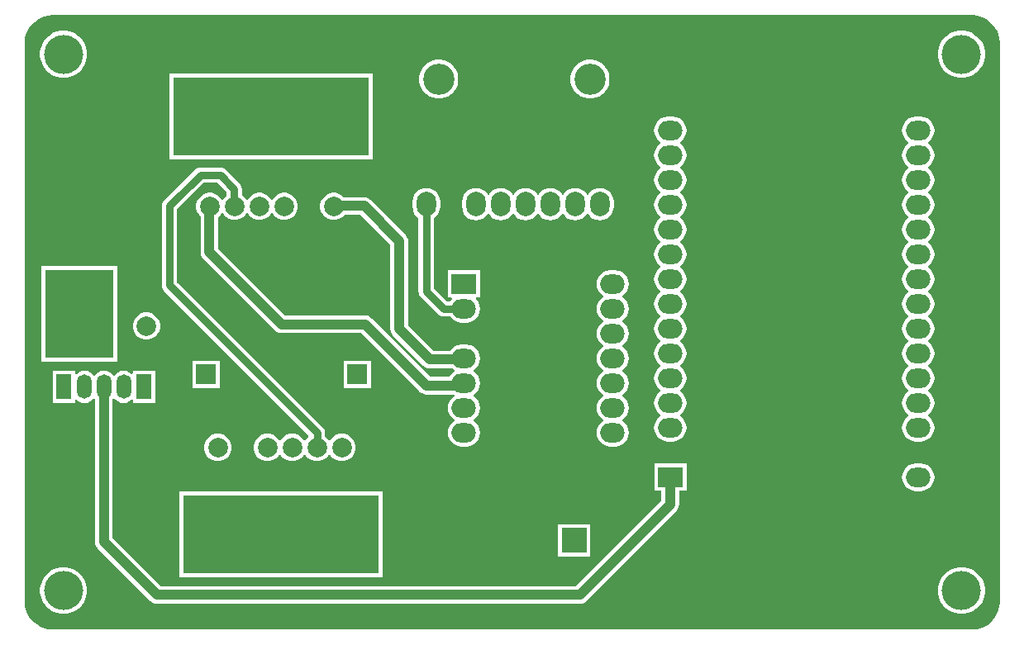
<source format=gtl>
G04*
G04 #@! TF.GenerationSoftware,Altium Limited,Altium Designer,23.10.1 (27)*
G04*
G04 Layer_Physical_Order=1*
G04 Layer_Color=255*
%FSLAX24Y24*%
%MOIN*%
G70*
G04*
G04 #@! TF.SameCoordinates,035D824A-8269-4E4D-BA6D-B56C25CEACC5*
G04*
G04*
G04 #@! TF.FilePolarity,Positive*
G04*
G01*
G75*
%ADD40C,0.0300*%
%ADD41C,0.0400*%
%ADD42C,0.0787*%
%ADD43R,0.7874X0.3150*%
%ADD44R,0.0591X0.0984*%
%ADD45O,0.0591X0.0984*%
%ADD46R,0.2756X0.3543*%
%ADD47R,0.0787X0.0787*%
%ADD48R,0.0984X0.0787*%
%ADD49O,0.0984X0.0787*%
%ADD50C,0.0984*%
%ADD51R,0.0984X0.0984*%
%ADD52C,0.1260*%
%ADD53O,0.0787X0.0984*%
%ADD54O,0.0984X0.0787*%
%ADD55R,0.0984X0.0787*%
%ADD56C,0.1575*%
G36*
X38192Y24800D02*
X38192Y24800D01*
X38268Y24800D01*
X38419Y24780D01*
X38565Y24741D01*
X38705Y24683D01*
X38837Y24607D01*
X38957Y24515D01*
X39065Y24407D01*
X39157Y24287D01*
X39233Y24155D01*
X39291Y24015D01*
X39330Y23869D01*
X39350Y23718D01*
X39350Y23642D01*
X39350Y1161D01*
X39350Y1161D01*
Y1085D01*
X39330Y934D01*
X39291Y787D01*
X39232Y646D01*
X39156Y515D01*
X39064Y394D01*
X38956Y286D01*
X38835Y194D01*
X38704Y117D01*
X38563Y59D01*
X38416Y20D01*
X38265Y0D01*
X1104D01*
X950Y20D01*
X801Y60D01*
X658Y120D01*
X524Y197D01*
X401Y291D01*
X291Y401D01*
X197Y524D01*
X120Y658D01*
X60Y801D01*
X20Y950D01*
X0Y1104D01*
Y1181D01*
Y23622D01*
X0Y23699D01*
X20Y23852D01*
X60Y24002D01*
X119Y24144D01*
X196Y24278D01*
X290Y24400D01*
X400Y24510D01*
X522Y24604D01*
X656Y24681D01*
X799Y24740D01*
X948Y24780D01*
X1101Y24800D01*
X1178Y24800D01*
X38192Y24800D01*
X38192Y24800D01*
D02*
G37*
%LPC*%
G36*
X37888Y24173D02*
X37702D01*
X37520Y24137D01*
X37348Y24066D01*
X37193Y23962D01*
X37061Y23831D01*
X36958Y23676D01*
X36887Y23504D01*
X36850Y23321D01*
Y23135D01*
X36887Y22953D01*
X36958Y22781D01*
X37061Y22626D01*
X37193Y22494D01*
X37348Y22391D01*
X37520Y22320D01*
X37702Y22283D01*
X37888D01*
X38071Y22320D01*
X38243Y22391D01*
X38398Y22494D01*
X38529Y22626D01*
X38633Y22781D01*
X38704Y22953D01*
X38740Y23135D01*
Y23321D01*
X38704Y23504D01*
X38633Y23676D01*
X38529Y23831D01*
X38398Y23962D01*
X38243Y24066D01*
X38071Y24137D01*
X37888Y24173D01*
D02*
G37*
G36*
X1668D02*
X1482D01*
X1299Y24137D01*
X1127Y24066D01*
X972Y23962D01*
X841Y23831D01*
X737Y23676D01*
X666Y23504D01*
X630Y23321D01*
Y23135D01*
X666Y22953D01*
X737Y22781D01*
X841Y22626D01*
X972Y22494D01*
X1127Y22391D01*
X1299Y22320D01*
X1482Y22283D01*
X1668D01*
X1850Y22320D01*
X2022Y22391D01*
X2177Y22494D01*
X2309Y22626D01*
X2412Y22781D01*
X2483Y22953D01*
X2520Y23135D01*
Y23321D01*
X2483Y23504D01*
X2412Y23676D01*
X2309Y23831D01*
X2177Y23962D01*
X2022Y24066D01*
X1850Y24137D01*
X1668Y24173D01*
D02*
G37*
G36*
X22888Y23010D02*
X22732D01*
X22580Y22980D01*
X22437Y22921D01*
X22308Y22834D01*
X22198Y22725D01*
X22112Y22596D01*
X22053Y22453D01*
X22023Y22300D01*
Y22145D01*
X22053Y21993D01*
X22112Y21850D01*
X22198Y21721D01*
X22308Y21611D01*
X22437Y21525D01*
X22580Y21466D01*
X22732Y21435D01*
X22888D01*
X23040Y21466D01*
X23183Y21525D01*
X23312Y21611D01*
X23422Y21721D01*
X23508Y21850D01*
X23567Y21993D01*
X23597Y22145D01*
Y22300D01*
X23567Y22453D01*
X23508Y22596D01*
X23422Y22725D01*
X23312Y22834D01*
X23183Y22921D01*
X23040Y22980D01*
X22888Y23010D01*
D02*
G37*
G36*
X16788D02*
X16632D01*
X16480Y22980D01*
X16337Y22921D01*
X16208Y22834D01*
X16098Y22725D01*
X16012Y22596D01*
X15953Y22453D01*
X15923Y22300D01*
Y22145D01*
X15953Y21993D01*
X16012Y21850D01*
X16098Y21721D01*
X16208Y21611D01*
X16337Y21525D01*
X16480Y21466D01*
X16632Y21435D01*
X16788D01*
X16940Y21466D01*
X17083Y21525D01*
X17212Y21611D01*
X17322Y21721D01*
X17408Y21850D01*
X17467Y21993D01*
X17497Y22145D01*
Y22300D01*
X17467Y22453D01*
X17408Y22596D01*
X17322Y22725D01*
X17212Y22834D01*
X17083Y22921D01*
X16940Y22980D01*
X16788Y23010D01*
D02*
G37*
G36*
X14035Y22432D02*
X5846D01*
Y18968D01*
X14035D01*
Y22432D01*
D02*
G37*
G36*
X23210Y17827D02*
X23066Y17808D01*
X22932Y17753D01*
X22817Y17664D01*
X22740Y17564D01*
X22726Y17560D01*
X22694D01*
X22680Y17564D01*
X22603Y17664D01*
X22488Y17753D01*
X22354Y17808D01*
X22210Y17827D01*
X22066Y17808D01*
X21932Y17753D01*
X21817Y17664D01*
X21740Y17564D01*
X21726Y17560D01*
X21694D01*
X21680Y17564D01*
X21603Y17664D01*
X21488Y17753D01*
X21354Y17808D01*
X21210Y17827D01*
X21066Y17808D01*
X20932Y17753D01*
X20817Y17664D01*
X20740Y17564D01*
X20726Y17560D01*
X20694D01*
X20680Y17564D01*
X20603Y17664D01*
X20488Y17753D01*
X20354Y17808D01*
X20210Y17827D01*
X20066Y17808D01*
X19932Y17753D01*
X19817Y17664D01*
X19740Y17564D01*
X19726Y17560D01*
X19694D01*
X19680Y17564D01*
X19603Y17664D01*
X19488Y17753D01*
X19354Y17808D01*
X19210Y17827D01*
X19066Y17808D01*
X18932Y17753D01*
X18817Y17664D01*
X18740Y17564D01*
X18726Y17560D01*
X18694D01*
X18680Y17564D01*
X18603Y17664D01*
X18488Y17753D01*
X18354Y17808D01*
X18210Y17827D01*
X18066Y17808D01*
X17932Y17753D01*
X17817Y17664D01*
X17729Y17549D01*
X17673Y17415D01*
X17654Y17271D01*
Y17074D01*
X17673Y16931D01*
X17729Y16796D01*
X17817Y16681D01*
X17932Y16593D01*
X18066Y16537D01*
X18210Y16518D01*
X18354Y16537D01*
X18488Y16593D01*
X18603Y16681D01*
X18680Y16782D01*
X18694Y16786D01*
X18726D01*
X18740Y16782D01*
X18817Y16681D01*
X18932Y16593D01*
X19066Y16537D01*
X19210Y16518D01*
X19354Y16537D01*
X19488Y16593D01*
X19603Y16681D01*
X19680Y16782D01*
X19694Y16786D01*
X19726D01*
X19740Y16782D01*
X19817Y16681D01*
X19932Y16593D01*
X20066Y16537D01*
X20210Y16518D01*
X20354Y16537D01*
X20488Y16593D01*
X20603Y16681D01*
X20680Y16782D01*
X20694Y16786D01*
X20726D01*
X20740Y16782D01*
X20817Y16681D01*
X20932Y16593D01*
X21066Y16537D01*
X21210Y16518D01*
X21354Y16537D01*
X21488Y16593D01*
X21603Y16681D01*
X21680Y16782D01*
X21694Y16786D01*
X21726D01*
X21740Y16782D01*
X21817Y16681D01*
X21932Y16593D01*
X22066Y16537D01*
X22210Y16518D01*
X22354Y16537D01*
X22488Y16593D01*
X22603Y16681D01*
X22680Y16782D01*
X22694Y16786D01*
X22726D01*
X22740Y16782D01*
X22817Y16681D01*
X22932Y16593D01*
X23066Y16537D01*
X23210Y16518D01*
X23354Y16537D01*
X23488Y16593D01*
X23603Y16681D01*
X23691Y16796D01*
X23747Y16931D01*
X23766Y17074D01*
Y17271D01*
X23747Y17415D01*
X23691Y17549D01*
X23603Y17664D01*
X23488Y17753D01*
X23354Y17808D01*
X23210Y17827D01*
D02*
G37*
G36*
X7900Y18660D02*
X7100D01*
X7020Y18650D01*
X6945Y18619D01*
X6881Y18569D01*
X5631Y17319D01*
X5581Y17255D01*
X5550Y17180D01*
X5540Y17100D01*
Y13900D01*
X5550Y13820D01*
X5581Y13745D01*
X5631Y13681D01*
X11462Y7849D01*
X11462Y7791D01*
X11359Y7688D01*
X11325Y7630D01*
X11275D01*
X11241Y7688D01*
X11138Y7791D01*
X11013Y7864D01*
X10873Y7901D01*
X10727D01*
X10587Y7864D01*
X10462Y7791D01*
X10359Y7688D01*
X10325Y7630D01*
X10275D01*
X10241Y7688D01*
X10138Y7791D01*
X10013Y7864D01*
X9873Y7901D01*
X9727D01*
X9587Y7864D01*
X9462Y7791D01*
X9359Y7688D01*
X9286Y7563D01*
X9249Y7423D01*
Y7277D01*
X9286Y7137D01*
X9359Y7012D01*
X9462Y6909D01*
X9587Y6836D01*
X9727Y6799D01*
X9873D01*
X10013Y6836D01*
X10138Y6909D01*
X10241Y7012D01*
X10275Y7070D01*
X10325D01*
X10359Y7012D01*
X10462Y6909D01*
X10587Y6836D01*
X10727Y6799D01*
X10873D01*
X11013Y6836D01*
X11138Y6909D01*
X11241Y7012D01*
X11275Y7070D01*
X11325D01*
X11359Y7012D01*
X11462Y6909D01*
X11587Y6836D01*
X11727Y6799D01*
X11873D01*
X12013Y6836D01*
X12138Y6909D01*
X12241Y7012D01*
X12275Y7070D01*
X12325D01*
X12359Y7012D01*
X12462Y6909D01*
X12587Y6836D01*
X12727Y6799D01*
X12873D01*
X13013Y6836D01*
X13138Y6909D01*
X13241Y7012D01*
X13314Y7137D01*
X13351Y7277D01*
Y7423D01*
X13314Y7563D01*
X13241Y7688D01*
X13138Y7791D01*
X13013Y7864D01*
X12873Y7901D01*
X12727D01*
X12587Y7864D01*
X12462Y7791D01*
X12359Y7688D01*
X12325Y7630D01*
X12275D01*
X12241Y7688D01*
X12138Y7791D01*
X12110Y7807D01*
Y7950D01*
X12100Y8030D01*
X12069Y8105D01*
X12019Y8169D01*
X6160Y14028D01*
Y16972D01*
X7228Y18040D01*
X7772D01*
X8153Y17659D01*
Y17532D01*
X8139Y17524D01*
X8037Y17421D01*
X8003Y17362D01*
X7953D01*
X7919Y17421D01*
X7816Y17524D01*
X7690Y17596D01*
X7550Y17634D01*
X7405D01*
X7265Y17596D01*
X7139Y17524D01*
X7036Y17421D01*
X6964Y17295D01*
X6926Y17155D01*
Y17010D01*
X6964Y16870D01*
X7036Y16744D01*
X7102Y16678D01*
Y15237D01*
X7115Y15144D01*
X7151Y15057D01*
X7208Y14982D01*
X10117Y12073D01*
X10191Y12016D01*
X10278Y11980D01*
X10372Y11968D01*
X13590D01*
X15963Y9595D01*
X16038Y9538D01*
X16125Y9502D01*
X16218Y9489D01*
X17321D01*
X17334Y9480D01*
X17338Y9466D01*
Y9434D01*
X17334Y9420D01*
X17234Y9343D01*
X17145Y9228D01*
X17090Y9094D01*
X17071Y8950D01*
X17090Y8806D01*
X17145Y8672D01*
X17234Y8557D01*
X17334Y8480D01*
X17338Y8466D01*
Y8434D01*
X17334Y8420D01*
X17234Y8343D01*
X17145Y8228D01*
X17090Y8094D01*
X17071Y7950D01*
X17090Y7806D01*
X17145Y7672D01*
X17234Y7557D01*
X17349Y7469D01*
X17483Y7413D01*
X17627Y7394D01*
X17823D01*
X17967Y7413D01*
X18101Y7469D01*
X18217Y7557D01*
X18305Y7672D01*
X18360Y7806D01*
X18379Y7950D01*
X18360Y8094D01*
X18305Y8228D01*
X18217Y8343D01*
X18116Y8420D01*
X18112Y8434D01*
Y8466D01*
X18116Y8480D01*
X18217Y8557D01*
X18305Y8672D01*
X18360Y8806D01*
X18379Y8950D01*
X18360Y9094D01*
X18305Y9228D01*
X18217Y9343D01*
X18116Y9420D01*
X18112Y9434D01*
Y9466D01*
X18116Y9480D01*
X18217Y9557D01*
X18305Y9672D01*
X18360Y9806D01*
X18379Y9950D01*
X18360Y10094D01*
X18305Y10228D01*
X18217Y10343D01*
X18116Y10420D01*
X18112Y10434D01*
Y10466D01*
X18116Y10480D01*
X18217Y10557D01*
X18305Y10672D01*
X18360Y10806D01*
X18379Y10950D01*
X18360Y11094D01*
X18305Y11228D01*
X18217Y11343D01*
X18101Y11431D01*
X17967Y11487D01*
X17823Y11506D01*
X17627D01*
X17483Y11487D01*
X17349Y11431D01*
X17234Y11343D01*
X17170Y11261D01*
X16499D01*
X15479Y12281D01*
Y15682D01*
X15466Y15775D01*
X15430Y15862D01*
X15373Y15937D01*
X13955Y17355D01*
X13880Y17412D01*
X13793Y17448D01*
X13700Y17461D01*
X12879D01*
X12816Y17524D01*
X12690Y17596D01*
X12550Y17634D01*
X12405D01*
X12265Y17596D01*
X12139Y17524D01*
X12036Y17421D01*
X11964Y17295D01*
X11926Y17155D01*
Y17010D01*
X11964Y16870D01*
X12036Y16744D01*
X12139Y16642D01*
X12265Y16569D01*
X12405Y16531D01*
X12550D01*
X12690Y16569D01*
X12816Y16642D01*
X12914Y16739D01*
X13551D01*
X14757Y15533D01*
Y12132D01*
X14770Y12039D01*
X14806Y11952D01*
X14863Y11877D01*
X16095Y10645D01*
X16170Y10588D01*
X16257Y10552D01*
X16350Y10539D01*
X17256D01*
X17334Y10480D01*
X17338Y10466D01*
Y10434D01*
X17334Y10420D01*
X17234Y10343D01*
X17145Y10228D01*
X17138Y10211D01*
X16367D01*
X13995Y12583D01*
X13920Y12641D01*
X13833Y12677D01*
X13740Y12689D01*
X10521D01*
X7824Y15386D01*
Y16649D01*
X7919Y16744D01*
X7953Y16803D01*
X8003D01*
X8037Y16744D01*
X8139Y16642D01*
X8265Y16569D01*
X8405Y16531D01*
X8550D01*
X8690Y16569D01*
X8816Y16642D01*
X8919Y16744D01*
X8953Y16803D01*
X9003D01*
X9036Y16744D01*
X9139Y16642D01*
X9265Y16569D01*
X9405Y16531D01*
X9550D01*
X9690Y16569D01*
X9816Y16642D01*
X9919Y16744D01*
X9953Y16803D01*
X10003D01*
X10036Y16744D01*
X10139Y16642D01*
X10265Y16569D01*
X10405Y16531D01*
X10550D01*
X10690Y16569D01*
X10816Y16642D01*
X10919Y16744D01*
X10991Y16870D01*
X11029Y17010D01*
Y17155D01*
X10991Y17295D01*
X10919Y17421D01*
X10816Y17524D01*
X10690Y17596D01*
X10550Y17634D01*
X10405D01*
X10265Y17596D01*
X10139Y17524D01*
X10036Y17421D01*
X10003Y17362D01*
X9953D01*
X9919Y17421D01*
X9816Y17524D01*
X9690Y17596D01*
X9550Y17634D01*
X9405D01*
X9265Y17596D01*
X9139Y17524D01*
X9036Y17421D01*
X9003Y17362D01*
X8953D01*
X8919Y17421D01*
X8816Y17524D01*
X8773Y17548D01*
Y17787D01*
X8763Y17867D01*
X8732Y17942D01*
X8682Y18006D01*
X8119Y18569D01*
X8055Y18619D01*
X8011Y18637D01*
X7980Y18650D01*
X7900Y18660D01*
D02*
G37*
G36*
X16210Y17827D02*
X16066Y17808D01*
X15932Y17753D01*
X15817Y17664D01*
X15729Y17549D01*
X15673Y17415D01*
X15654Y17271D01*
Y17074D01*
X15673Y16931D01*
X15729Y16796D01*
X15817Y16681D01*
X15890Y16625D01*
Y13650D01*
X15900Y13570D01*
X15931Y13495D01*
X15981Y13431D01*
X16681Y12731D01*
X16745Y12681D01*
X16820Y12650D01*
X16900Y12640D01*
X17170D01*
X17234Y12557D01*
X17349Y12469D01*
X17483Y12413D01*
X17627Y12394D01*
X17823D01*
X17967Y12413D01*
X18101Y12469D01*
X18217Y12557D01*
X18305Y12672D01*
X18360Y12806D01*
X18379Y12950D01*
X18360Y13094D01*
X18305Y13228D01*
X18217Y13343D01*
X18206Y13351D01*
X18222Y13399D01*
X18375D01*
Y14501D01*
X17075D01*
Y13399D01*
X17228D01*
X17244Y13351D01*
X17234Y13343D01*
X17170Y13260D01*
X17028D01*
X16510Y13778D01*
Y16610D01*
X16603Y16681D01*
X16691Y16796D01*
X16747Y16931D01*
X16766Y17074D01*
Y17271D01*
X16747Y17415D01*
X16691Y17549D01*
X16603Y17664D01*
X16488Y17753D01*
X16354Y17808D01*
X16210Y17827D01*
D02*
G37*
G36*
X4992Y12801D02*
X4847D01*
X4707Y12764D01*
X4581Y12691D01*
X4478Y12588D01*
X4406Y12463D01*
X4368Y12323D01*
Y12177D01*
X4406Y12037D01*
X4478Y11912D01*
X4581Y11809D01*
X4707Y11736D01*
X4847Y11699D01*
X4992D01*
X5132Y11736D01*
X5258Y11809D01*
X5361Y11912D01*
X5433Y12037D01*
X5471Y12177D01*
Y12323D01*
X5433Y12463D01*
X5361Y12588D01*
X5258Y12691D01*
X5132Y12764D01*
X4992Y12801D01*
D02*
G37*
G36*
X3753Y14679D02*
X683D01*
Y10821D01*
X3753D01*
Y14679D01*
D02*
G37*
G36*
X4000Y10454D02*
X3882Y10438D01*
X3772Y10392D01*
X3677Y10320D01*
X3631Y10260D01*
X3581D01*
X3536Y10320D01*
X3441Y10392D01*
X3331Y10438D01*
X3213Y10454D01*
X3094Y10438D01*
X2984Y10392D01*
X2890Y10320D01*
X2844Y10260D01*
X2794D01*
X2748Y10320D01*
X2654Y10392D01*
X2543Y10438D01*
X2425Y10454D01*
X2307Y10438D01*
X2197Y10392D01*
X2102Y10320D01*
X2099Y10315D01*
X2051Y10331D01*
Y10450D01*
X1146D01*
Y9150D01*
X2051D01*
Y9269D01*
X2099Y9285D01*
X2102Y9280D01*
X2197Y9208D01*
X2307Y9162D01*
X2425Y9146D01*
X2543Y9162D01*
X2654Y9208D01*
X2748Y9280D01*
X2789Y9334D01*
X2839Y9317D01*
Y3550D01*
X2852Y3457D01*
X2888Y3370D01*
X2945Y3295D01*
X5095Y1145D01*
X5170Y1088D01*
X5257Y1052D01*
X5350Y1039D01*
X22400D01*
X22493Y1052D01*
X22580Y1088D01*
X22655Y1145D01*
X26305Y4795D01*
X26362Y4870D01*
X26398Y4957D01*
X26411Y5050D01*
Y5599D01*
X26700D01*
Y6701D01*
X25400D01*
Y5599D01*
X25689D01*
Y5199D01*
X22251Y1761D01*
X5499D01*
X3561Y3699D01*
Y9313D01*
X3581Y9340D01*
X3631D01*
X3677Y9280D01*
X3772Y9208D01*
X3882Y9162D01*
X4000Y9146D01*
X4118Y9162D01*
X4228Y9208D01*
X4323Y9280D01*
X4327Y9285D01*
X4374Y9269D01*
Y9150D01*
X5280D01*
Y10450D01*
X4374D01*
Y10331D01*
X4327Y10315D01*
X4323Y10320D01*
X4228Y10392D01*
X4118Y10438D01*
X4000Y10454D01*
D02*
G37*
G36*
X13970Y10852D02*
X12868D01*
Y9749D01*
X13970D01*
Y10852D01*
D02*
G37*
G36*
X7868D02*
X6766D01*
Y9749D01*
X7868D01*
Y10852D01*
D02*
G37*
G36*
X36148Y20706D02*
X35952D01*
X35808Y20687D01*
X35674Y20631D01*
X35558Y20543D01*
X35470Y20428D01*
X35415Y20294D01*
X35396Y20150D01*
X35415Y20006D01*
X35470Y19872D01*
X35558Y19757D01*
X35659Y19680D01*
X35663Y19666D01*
Y19634D01*
X35659Y19620D01*
X35558Y19543D01*
X35470Y19428D01*
X35415Y19294D01*
X35396Y19150D01*
X35415Y19006D01*
X35470Y18872D01*
X35558Y18757D01*
X35659Y18680D01*
X35663Y18666D01*
Y18634D01*
X35659Y18620D01*
X35558Y18543D01*
X35470Y18428D01*
X35415Y18294D01*
X35396Y18150D01*
X35415Y18006D01*
X35470Y17872D01*
X35558Y17757D01*
X35659Y17680D01*
X35663Y17666D01*
Y17634D01*
X35659Y17620D01*
X35558Y17543D01*
X35470Y17428D01*
X35415Y17294D01*
X35396Y17150D01*
X35415Y17006D01*
X35470Y16872D01*
X35558Y16757D01*
X35659Y16680D01*
X35663Y16666D01*
Y16634D01*
X35659Y16620D01*
X35558Y16543D01*
X35470Y16428D01*
X35415Y16294D01*
X35396Y16150D01*
X35415Y16006D01*
X35470Y15872D01*
X35558Y15757D01*
X35659Y15680D01*
X35663Y15666D01*
Y15634D01*
X35659Y15620D01*
X35558Y15543D01*
X35470Y15428D01*
X35415Y15294D01*
X35396Y15150D01*
X35415Y15006D01*
X35470Y14872D01*
X35558Y14757D01*
X35659Y14680D01*
X35663Y14666D01*
Y14634D01*
X35659Y14620D01*
X35558Y14543D01*
X35470Y14428D01*
X35415Y14294D01*
X35396Y14150D01*
X35415Y14006D01*
X35470Y13872D01*
X35558Y13757D01*
X35659Y13680D01*
X35663Y13666D01*
Y13634D01*
X35659Y13620D01*
X35558Y13543D01*
X35470Y13428D01*
X35415Y13294D01*
X35396Y13150D01*
X35415Y13006D01*
X35470Y12872D01*
X35558Y12757D01*
X35659Y12680D01*
X35663Y12666D01*
Y12634D01*
X35659Y12620D01*
X35558Y12543D01*
X35470Y12428D01*
X35415Y12294D01*
X35396Y12150D01*
X35415Y12006D01*
X35470Y11872D01*
X35558Y11757D01*
X35659Y11680D01*
X35663Y11666D01*
Y11634D01*
X35659Y11620D01*
X35558Y11543D01*
X35470Y11428D01*
X35415Y11294D01*
X35396Y11150D01*
X35415Y11006D01*
X35470Y10872D01*
X35558Y10757D01*
X35659Y10680D01*
X35663Y10666D01*
Y10634D01*
X35659Y10620D01*
X35558Y10543D01*
X35470Y10428D01*
X35415Y10294D01*
X35396Y10150D01*
X35415Y10006D01*
X35470Y9872D01*
X35558Y9757D01*
X35659Y9680D01*
X35663Y9666D01*
Y9634D01*
X35659Y9620D01*
X35558Y9543D01*
X35470Y9428D01*
X35415Y9294D01*
X35396Y9150D01*
X35415Y9006D01*
X35470Y8872D01*
X35558Y8757D01*
X35659Y8680D01*
X35663Y8666D01*
Y8634D01*
X35659Y8620D01*
X35558Y8543D01*
X35470Y8428D01*
X35415Y8294D01*
X35396Y8150D01*
X35415Y8006D01*
X35470Y7872D01*
X35558Y7757D01*
X35674Y7669D01*
X35808Y7613D01*
X35952Y7594D01*
X36148D01*
X36292Y7613D01*
X36426Y7669D01*
X36542Y7757D01*
X36630Y7872D01*
X36685Y8006D01*
X36704Y8150D01*
X36685Y8294D01*
X36630Y8428D01*
X36542Y8543D01*
X36441Y8620D01*
X36437Y8634D01*
Y8666D01*
X36441Y8680D01*
X36542Y8757D01*
X36630Y8872D01*
X36685Y9006D01*
X36704Y9150D01*
X36685Y9294D01*
X36630Y9428D01*
X36542Y9543D01*
X36441Y9620D01*
X36437Y9634D01*
Y9666D01*
X36441Y9680D01*
X36542Y9757D01*
X36630Y9872D01*
X36685Y10006D01*
X36704Y10150D01*
X36685Y10294D01*
X36630Y10428D01*
X36542Y10543D01*
X36441Y10620D01*
X36437Y10634D01*
Y10666D01*
X36441Y10680D01*
X36542Y10757D01*
X36630Y10872D01*
X36685Y11006D01*
X36704Y11150D01*
X36685Y11294D01*
X36630Y11428D01*
X36542Y11543D01*
X36441Y11620D01*
X36437Y11634D01*
Y11666D01*
X36441Y11680D01*
X36542Y11757D01*
X36630Y11872D01*
X36685Y12006D01*
X36704Y12150D01*
X36685Y12294D01*
X36630Y12428D01*
X36542Y12543D01*
X36441Y12620D01*
X36437Y12634D01*
Y12666D01*
X36441Y12680D01*
X36542Y12757D01*
X36630Y12872D01*
X36685Y13006D01*
X36704Y13150D01*
X36685Y13294D01*
X36630Y13428D01*
X36542Y13543D01*
X36441Y13620D01*
X36437Y13634D01*
Y13666D01*
X36441Y13680D01*
X36542Y13757D01*
X36630Y13872D01*
X36685Y14006D01*
X36704Y14150D01*
X36685Y14294D01*
X36630Y14428D01*
X36542Y14543D01*
X36441Y14620D01*
X36437Y14634D01*
Y14666D01*
X36441Y14680D01*
X36542Y14757D01*
X36630Y14872D01*
X36685Y15006D01*
X36704Y15150D01*
X36685Y15294D01*
X36630Y15428D01*
X36542Y15543D01*
X36441Y15620D01*
X36437Y15634D01*
Y15666D01*
X36441Y15680D01*
X36542Y15757D01*
X36630Y15872D01*
X36685Y16006D01*
X36704Y16150D01*
X36685Y16294D01*
X36630Y16428D01*
X36542Y16543D01*
X36441Y16620D01*
X36437Y16634D01*
Y16666D01*
X36441Y16680D01*
X36542Y16757D01*
X36630Y16872D01*
X36685Y17006D01*
X36704Y17150D01*
X36685Y17294D01*
X36630Y17428D01*
X36542Y17543D01*
X36441Y17620D01*
X36437Y17634D01*
Y17666D01*
X36441Y17680D01*
X36542Y17757D01*
X36630Y17872D01*
X36685Y18006D01*
X36704Y18150D01*
X36685Y18294D01*
X36630Y18428D01*
X36542Y18543D01*
X36441Y18620D01*
X36437Y18634D01*
Y18666D01*
X36441Y18680D01*
X36542Y18757D01*
X36630Y18872D01*
X36685Y19006D01*
X36704Y19150D01*
X36685Y19294D01*
X36630Y19428D01*
X36542Y19543D01*
X36441Y19620D01*
X36437Y19634D01*
Y19666D01*
X36441Y19680D01*
X36542Y19757D01*
X36630Y19872D01*
X36685Y20006D01*
X36704Y20150D01*
X36685Y20294D01*
X36630Y20428D01*
X36542Y20543D01*
X36426Y20631D01*
X36292Y20687D01*
X36148Y20706D01*
D02*
G37*
G36*
X26148D02*
X25952D01*
X25808Y20687D01*
X25674Y20631D01*
X25558Y20543D01*
X25470Y20428D01*
X25415Y20294D01*
X25396Y20150D01*
X25415Y20006D01*
X25470Y19872D01*
X25558Y19757D01*
X25659Y19680D01*
X25663Y19666D01*
Y19634D01*
X25659Y19620D01*
X25558Y19543D01*
X25470Y19428D01*
X25415Y19294D01*
X25396Y19150D01*
X25415Y19006D01*
X25470Y18872D01*
X25558Y18757D01*
X25659Y18680D01*
X25663Y18666D01*
Y18634D01*
X25659Y18620D01*
X25558Y18543D01*
X25470Y18428D01*
X25415Y18294D01*
X25396Y18150D01*
X25415Y18006D01*
X25470Y17872D01*
X25558Y17757D01*
X25659Y17680D01*
X25663Y17666D01*
Y17634D01*
X25659Y17620D01*
X25558Y17543D01*
X25470Y17428D01*
X25415Y17294D01*
X25396Y17150D01*
X25415Y17006D01*
X25470Y16872D01*
X25558Y16757D01*
X25659Y16680D01*
X25663Y16666D01*
Y16634D01*
X25659Y16620D01*
X25558Y16543D01*
X25470Y16428D01*
X25415Y16294D01*
X25396Y16150D01*
X25415Y16006D01*
X25470Y15872D01*
X25558Y15757D01*
X25659Y15680D01*
X25663Y15666D01*
Y15634D01*
X25659Y15620D01*
X25558Y15543D01*
X25470Y15428D01*
X25415Y15294D01*
X25396Y15150D01*
X25415Y15006D01*
X25470Y14872D01*
X25558Y14757D01*
X25659Y14680D01*
X25663Y14666D01*
Y14634D01*
X25659Y14620D01*
X25558Y14543D01*
X25470Y14428D01*
X25415Y14294D01*
X25396Y14150D01*
X25415Y14006D01*
X25470Y13872D01*
X25558Y13757D01*
X25659Y13680D01*
X25663Y13666D01*
Y13634D01*
X25659Y13620D01*
X25558Y13543D01*
X25470Y13428D01*
X25415Y13294D01*
X25396Y13150D01*
X25415Y13006D01*
X25470Y12872D01*
X25558Y12757D01*
X25659Y12680D01*
X25663Y12666D01*
Y12634D01*
X25659Y12620D01*
X25558Y12543D01*
X25470Y12428D01*
X25415Y12294D01*
X25396Y12150D01*
X25415Y12006D01*
X25470Y11872D01*
X25558Y11757D01*
X25659Y11680D01*
X25663Y11666D01*
Y11634D01*
X25659Y11620D01*
X25558Y11543D01*
X25470Y11428D01*
X25415Y11294D01*
X25396Y11150D01*
X25415Y11006D01*
X25470Y10872D01*
X25558Y10757D01*
X25659Y10680D01*
X25663Y10666D01*
Y10634D01*
X25659Y10620D01*
X25558Y10543D01*
X25470Y10428D01*
X25415Y10294D01*
X25396Y10150D01*
X25415Y10006D01*
X25470Y9872D01*
X25558Y9757D01*
X25659Y9680D01*
X25663Y9666D01*
Y9634D01*
X25659Y9620D01*
X25558Y9543D01*
X25470Y9428D01*
X25415Y9294D01*
X25396Y9150D01*
X25415Y9006D01*
X25470Y8872D01*
X25558Y8757D01*
X25659Y8680D01*
X25663Y8666D01*
Y8634D01*
X25659Y8620D01*
X25558Y8543D01*
X25470Y8428D01*
X25415Y8294D01*
X25396Y8150D01*
X25415Y8006D01*
X25470Y7872D01*
X25558Y7757D01*
X25674Y7669D01*
X25808Y7613D01*
X25952Y7594D01*
X26148D01*
X26292Y7613D01*
X26426Y7669D01*
X26542Y7757D01*
X26630Y7872D01*
X26685Y8006D01*
X26704Y8150D01*
X26685Y8294D01*
X26630Y8428D01*
X26542Y8543D01*
X26441Y8620D01*
X26437Y8634D01*
Y8666D01*
X26441Y8680D01*
X26542Y8757D01*
X26630Y8872D01*
X26685Y9006D01*
X26704Y9150D01*
X26685Y9294D01*
X26630Y9428D01*
X26542Y9543D01*
X26441Y9620D01*
X26437Y9634D01*
Y9666D01*
X26441Y9680D01*
X26542Y9757D01*
X26630Y9872D01*
X26685Y10006D01*
X26704Y10150D01*
X26685Y10294D01*
X26630Y10428D01*
X26542Y10543D01*
X26441Y10620D01*
X26437Y10634D01*
Y10666D01*
X26441Y10680D01*
X26542Y10757D01*
X26630Y10872D01*
X26685Y11006D01*
X26704Y11150D01*
X26685Y11294D01*
X26630Y11428D01*
X26542Y11543D01*
X26441Y11620D01*
X26437Y11634D01*
Y11666D01*
X26441Y11680D01*
X26542Y11757D01*
X26630Y11872D01*
X26685Y12006D01*
X26704Y12150D01*
X26685Y12294D01*
X26630Y12428D01*
X26542Y12543D01*
X26441Y12620D01*
X26437Y12634D01*
Y12666D01*
X26441Y12680D01*
X26542Y12757D01*
X26630Y12872D01*
X26685Y13006D01*
X26704Y13150D01*
X26685Y13294D01*
X26630Y13428D01*
X26542Y13543D01*
X26441Y13620D01*
X26437Y13634D01*
Y13666D01*
X26441Y13680D01*
X26542Y13757D01*
X26630Y13872D01*
X26685Y14006D01*
X26704Y14150D01*
X26685Y14294D01*
X26630Y14428D01*
X26542Y14543D01*
X26441Y14620D01*
X26437Y14634D01*
Y14666D01*
X26441Y14680D01*
X26542Y14757D01*
X26630Y14872D01*
X26685Y15006D01*
X26704Y15150D01*
X26685Y15294D01*
X26630Y15428D01*
X26542Y15543D01*
X26441Y15620D01*
X26437Y15634D01*
Y15666D01*
X26441Y15680D01*
X26542Y15757D01*
X26630Y15872D01*
X26685Y16006D01*
X26704Y16150D01*
X26685Y16294D01*
X26630Y16428D01*
X26542Y16543D01*
X26441Y16620D01*
X26437Y16634D01*
Y16666D01*
X26441Y16680D01*
X26542Y16757D01*
X26630Y16872D01*
X26685Y17006D01*
X26704Y17150D01*
X26685Y17294D01*
X26630Y17428D01*
X26542Y17543D01*
X26441Y17620D01*
X26437Y17634D01*
Y17666D01*
X26441Y17680D01*
X26542Y17757D01*
X26630Y17872D01*
X26685Y18006D01*
X26704Y18150D01*
X26685Y18294D01*
X26630Y18428D01*
X26542Y18543D01*
X26441Y18620D01*
X26437Y18634D01*
Y18666D01*
X26441Y18680D01*
X26542Y18757D01*
X26630Y18872D01*
X26685Y19006D01*
X26704Y19150D01*
X26685Y19294D01*
X26630Y19428D01*
X26542Y19543D01*
X26441Y19620D01*
X26437Y19634D01*
Y19666D01*
X26441Y19680D01*
X26542Y19757D01*
X26630Y19872D01*
X26685Y20006D01*
X26704Y20150D01*
X26685Y20294D01*
X26630Y20428D01*
X26542Y20543D01*
X26426Y20631D01*
X26292Y20687D01*
X26148Y20706D01*
D02*
G37*
G36*
X23823Y14506D02*
X23627D01*
X23483Y14487D01*
X23349Y14431D01*
X23234Y14343D01*
X23145Y14228D01*
X23090Y14094D01*
X23071Y13950D01*
X23090Y13806D01*
X23145Y13672D01*
X23234Y13557D01*
X23334Y13480D01*
X23338Y13466D01*
Y13434D01*
X23334Y13420D01*
X23234Y13343D01*
X23145Y13228D01*
X23090Y13094D01*
X23071Y12950D01*
X23090Y12806D01*
X23145Y12672D01*
X23234Y12557D01*
X23334Y12480D01*
X23338Y12466D01*
Y12434D01*
X23334Y12420D01*
X23234Y12343D01*
X23145Y12228D01*
X23090Y12094D01*
X23071Y11950D01*
X23090Y11806D01*
X23145Y11672D01*
X23234Y11557D01*
X23334Y11480D01*
X23338Y11466D01*
Y11434D01*
X23334Y11420D01*
X23234Y11343D01*
X23145Y11228D01*
X23090Y11094D01*
X23071Y10950D01*
X23090Y10806D01*
X23145Y10672D01*
X23234Y10557D01*
X23334Y10480D01*
X23338Y10466D01*
Y10434D01*
X23334Y10420D01*
X23234Y10343D01*
X23145Y10228D01*
X23090Y10094D01*
X23071Y9950D01*
X23090Y9806D01*
X23145Y9672D01*
X23234Y9557D01*
X23334Y9480D01*
X23338Y9466D01*
Y9434D01*
X23334Y9420D01*
X23234Y9343D01*
X23145Y9228D01*
X23090Y9094D01*
X23071Y8950D01*
X23090Y8806D01*
X23145Y8672D01*
X23234Y8557D01*
X23334Y8480D01*
X23338Y8466D01*
Y8434D01*
X23334Y8420D01*
X23234Y8343D01*
X23145Y8228D01*
X23090Y8094D01*
X23071Y7950D01*
X23090Y7806D01*
X23145Y7672D01*
X23234Y7557D01*
X23349Y7469D01*
X23483Y7413D01*
X23627Y7394D01*
X23823D01*
X23967Y7413D01*
X24101Y7469D01*
X24217Y7557D01*
X24305Y7672D01*
X24360Y7806D01*
X24379Y7950D01*
X24360Y8094D01*
X24305Y8228D01*
X24217Y8343D01*
X24116Y8420D01*
X24112Y8434D01*
Y8466D01*
X24116Y8480D01*
X24217Y8557D01*
X24305Y8672D01*
X24360Y8806D01*
X24379Y8950D01*
X24360Y9094D01*
X24305Y9228D01*
X24217Y9343D01*
X24116Y9420D01*
X24112Y9434D01*
Y9466D01*
X24116Y9480D01*
X24217Y9557D01*
X24305Y9672D01*
X24360Y9806D01*
X24379Y9950D01*
X24360Y10094D01*
X24305Y10228D01*
X24217Y10343D01*
X24116Y10420D01*
X24112Y10434D01*
Y10466D01*
X24116Y10480D01*
X24217Y10557D01*
X24305Y10672D01*
X24360Y10806D01*
X24379Y10950D01*
X24360Y11094D01*
X24305Y11228D01*
X24217Y11343D01*
X24116Y11420D01*
X24112Y11434D01*
Y11466D01*
X24116Y11480D01*
X24217Y11557D01*
X24305Y11672D01*
X24360Y11806D01*
X24379Y11950D01*
X24360Y12094D01*
X24305Y12228D01*
X24217Y12343D01*
X24116Y12420D01*
X24112Y12434D01*
Y12466D01*
X24116Y12480D01*
X24217Y12557D01*
X24305Y12672D01*
X24360Y12806D01*
X24379Y12950D01*
X24360Y13094D01*
X24305Y13228D01*
X24217Y13343D01*
X24116Y13420D01*
X24112Y13434D01*
Y13466D01*
X24116Y13480D01*
X24217Y13557D01*
X24305Y13672D01*
X24360Y13806D01*
X24379Y13950D01*
X24360Y14094D01*
X24305Y14228D01*
X24217Y14343D01*
X24101Y14431D01*
X23967Y14487D01*
X23823Y14506D01*
D02*
G37*
G36*
X7873Y7901D02*
X7727D01*
X7587Y7864D01*
X7462Y7791D01*
X7359Y7688D01*
X7286Y7563D01*
X7249Y7423D01*
Y7277D01*
X7286Y7137D01*
X7359Y7012D01*
X7462Y6909D01*
X7587Y6836D01*
X7727Y6799D01*
X7873D01*
X8013Y6836D01*
X8138Y6909D01*
X8241Y7012D01*
X8314Y7137D01*
X8351Y7277D01*
Y7423D01*
X8314Y7563D01*
X8241Y7688D01*
X8138Y7791D01*
X8013Y7864D01*
X7873Y7901D01*
D02*
G37*
G36*
X36148Y6706D02*
X35952D01*
X35808Y6687D01*
X35674Y6631D01*
X35558Y6543D01*
X35470Y6428D01*
X35415Y6294D01*
X35396Y6150D01*
X35415Y6006D01*
X35470Y5872D01*
X35558Y5757D01*
X35674Y5669D01*
X35808Y5613D01*
X35952Y5594D01*
X36148D01*
X36292Y5613D01*
X36426Y5669D01*
X36542Y5757D01*
X36630Y5872D01*
X36685Y6006D01*
X36704Y6150D01*
X36685Y6294D01*
X36630Y6428D01*
X36542Y6543D01*
X36426Y6631D01*
X36292Y6687D01*
X36148Y6706D01*
D02*
G37*
G36*
X22827Y4250D02*
X21527D01*
Y2950D01*
X22827D01*
Y4250D01*
D02*
G37*
G36*
X14444Y5582D02*
X6256D01*
Y2118D01*
X14444D01*
Y5582D01*
D02*
G37*
G36*
X37888Y2520D02*
X37702D01*
X37520Y2483D01*
X37348Y2412D01*
X37193Y2309D01*
X37061Y2177D01*
X36958Y2022D01*
X36887Y1850D01*
X36850Y1668D01*
Y1482D01*
X36887Y1299D01*
X36958Y1127D01*
X37061Y972D01*
X37193Y841D01*
X37348Y737D01*
X37520Y666D01*
X37702Y630D01*
X37888D01*
X38071Y666D01*
X38243Y737D01*
X38398Y841D01*
X38529Y972D01*
X38633Y1127D01*
X38704Y1299D01*
X38740Y1482D01*
Y1668D01*
X38704Y1850D01*
X38633Y2022D01*
X38529Y2177D01*
X38398Y2309D01*
X38243Y2412D01*
X38071Y2483D01*
X37888Y2520D01*
D02*
G37*
G36*
X1668D02*
X1482D01*
X1299Y2483D01*
X1127Y2412D01*
X972Y2309D01*
X841Y2177D01*
X737Y2022D01*
X666Y1850D01*
X630Y1668D01*
Y1482D01*
X666Y1299D01*
X737Y1127D01*
X841Y972D01*
X972Y841D01*
X1127Y737D01*
X1299Y666D01*
X1482Y630D01*
X1668D01*
X1850Y666D01*
X2022Y737D01*
X2177Y841D01*
X2309Y972D01*
X2412Y1127D01*
X2483Y1299D01*
X2520Y1482D01*
Y1668D01*
X2483Y1850D01*
X2412Y2022D01*
X2309Y2177D01*
X2177Y2309D01*
X2022Y2412D01*
X1850Y2483D01*
X1668Y2520D01*
D02*
G37*
%LPD*%
D40*
X11800Y7276D02*
Y7950D01*
X5850Y13900D02*
Y17100D01*
Y13900D02*
X11800Y7950D01*
X7100Y18350D02*
X7900D01*
X8463Y17787D01*
Y17100D02*
Y17787D01*
X5850Y17100D02*
X7100Y18350D01*
X26050Y7155D02*
X36050Y7155D01*
X11463Y15997D02*
Y17100D01*
Y15997D02*
X13419Y14041D01*
X16900Y12950D02*
X17725D01*
X16200Y13650D02*
Y17150D01*
Y13650D02*
X16900Y12950D01*
X17725Y5148D02*
Y6950D01*
Y5148D02*
X19273Y3600D01*
D41*
X7463Y15237D02*
Y17100D01*
Y15237D02*
X10372Y12328D01*
X13740D01*
X26050Y5050D02*
Y6150D01*
X22400Y1400D02*
X26050Y5050D01*
X5350Y1400D02*
X22400D01*
X13700Y17100D02*
X15118Y15682D01*
X12463Y17100D02*
X13700D01*
X16218Y9850D02*
X17750D01*
X3200Y3550D02*
X5350Y1400D01*
X3200Y3550D02*
Y9991D01*
X15118Y12132D02*
Y15682D01*
X16350Y10900D02*
X17800D01*
X15118Y12132D02*
X16350Y10900D01*
X13740Y12328D02*
X16218Y9850D01*
D42*
X12800Y7350D02*
D03*
X11800D02*
D03*
X10800D02*
D03*
X9800D02*
D03*
X8800D02*
D03*
X7800D02*
D03*
X7478Y17083D02*
D03*
X8478D02*
D03*
X9478D02*
D03*
X10478D02*
D03*
X11478D02*
D03*
X12478D02*
D03*
X7317Y14041D02*
D03*
X13419D02*
D03*
X4919Y13234D02*
D03*
Y12250D02*
D03*
D43*
X10350Y3850D02*
D03*
X9940Y20700D02*
D03*
D44*
X1598Y9800D02*
D03*
X4827D02*
D03*
D45*
X2425D02*
D03*
X3213D02*
D03*
X4000D02*
D03*
D46*
X2218Y12750D02*
D03*
D47*
X7317Y10300D02*
D03*
X13419D02*
D03*
D48*
X17725Y13950D02*
D03*
D49*
X23725Y6950D02*
D03*
Y7950D02*
D03*
Y8950D02*
D03*
Y9950D02*
D03*
Y10950D02*
D03*
Y11950D02*
D03*
Y12950D02*
D03*
Y13950D02*
D03*
X17725Y12950D02*
D03*
Y11950D02*
D03*
Y10950D02*
D03*
Y9950D02*
D03*
Y8950D02*
D03*
Y7950D02*
D03*
Y6950D02*
D03*
D50*
X19273Y3600D02*
D03*
D51*
X22177Y3600D02*
D03*
D52*
X22810Y22223D02*
D03*
X16710D02*
D03*
D53*
X23210Y17173D02*
D03*
X22210D02*
D03*
X21210D02*
D03*
X20210D02*
D03*
X19210D02*
D03*
X18210D02*
D03*
X17210D02*
D03*
X16210D02*
D03*
D54*
X36050Y17150D02*
D03*
Y14150D02*
D03*
Y15150D02*
D03*
Y16150D02*
D03*
Y13150D02*
D03*
Y12150D02*
D03*
Y9150D02*
D03*
Y8150D02*
D03*
Y7150D02*
D03*
Y6150D02*
D03*
Y20150D02*
D03*
Y18150D02*
D03*
Y10150D02*
D03*
Y11150D02*
D03*
Y19150D02*
D03*
X26050Y12150D02*
D03*
Y10150D02*
D03*
Y11150D02*
D03*
Y13150D02*
D03*
Y14150D02*
D03*
Y15150D02*
D03*
Y16150D02*
D03*
Y17150D02*
D03*
Y18150D02*
D03*
Y19150D02*
D03*
Y20150D02*
D03*
Y8150D02*
D03*
Y9150D02*
D03*
Y7150D02*
D03*
D55*
Y6150D02*
D03*
D56*
X37795Y1575D02*
D03*
X1575D02*
D03*
X37795Y23228D02*
D03*
X1575D02*
D03*
M02*

</source>
